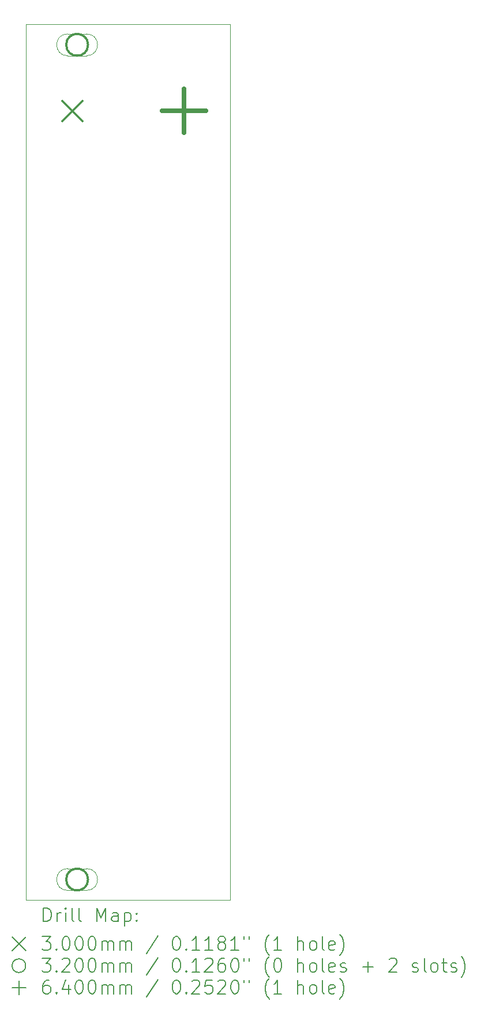
<source format=gbr>
%TF.GenerationSoftware,KiCad,Pcbnew,8.0.5+1*%
%TF.CreationDate,2024-11-27T03:26:53+08:00*%
%TF.ProjectId,MiniDiv v0.3 - Front,4d696e69-4469-4762-9076-302e33202d20,0.3*%
%TF.SameCoordinates,Original*%
%TF.FileFunction,Drillmap*%
%TF.FilePolarity,Positive*%
%FSLAX45Y45*%
G04 Gerber Fmt 4.5, Leading zero omitted, Abs format (unit mm)*
G04 Created by KiCad (PCBNEW 8.0.5+1) date 2024-11-27 03:26:53*
%MOMM*%
%LPD*%
G01*
G04 APERTURE LIST*
%ADD10C,0.100000*%
%ADD11C,0.200000*%
%ADD12C,0.300000*%
%ADD13C,0.320000*%
%ADD14C,0.640000*%
G04 APERTURE END LIST*
D10*
X5500000Y-4000000D02*
X8500000Y-4000000D01*
X8500000Y-16850000D01*
X5500000Y-16850000D01*
X5500000Y-4000000D01*
D11*
D12*
X6030000Y-5120000D02*
X6330000Y-5420000D01*
X6330000Y-5120000D02*
X6030000Y-5420000D01*
D13*
X6410000Y-4300000D02*
G75*
G02*
X6090000Y-4300000I-160000J0D01*
G01*
X6090000Y-4300000D02*
G75*
G02*
X6410000Y-4300000I160000J0D01*
G01*
D10*
X6110000Y-4460000D02*
X6390000Y-4460000D01*
X6390000Y-4140000D02*
G75*
G02*
X6390000Y-4460000I0J-160000D01*
G01*
X6390000Y-4140000D02*
X6110000Y-4140000D01*
X6110000Y-4140000D02*
G75*
G03*
X6110000Y-4460000I0J-160000D01*
G01*
D13*
X6410000Y-16550000D02*
G75*
G02*
X6090000Y-16550000I-160000J0D01*
G01*
X6090000Y-16550000D02*
G75*
G02*
X6410000Y-16550000I160000J0D01*
G01*
D10*
X6110000Y-16710000D02*
X6390000Y-16710000D01*
X6390000Y-16390000D02*
G75*
G02*
X6390000Y-16710000I0J-160000D01*
G01*
X6390000Y-16390000D02*
X6110000Y-16390000D01*
X6110000Y-16390000D02*
G75*
G03*
X6110000Y-16710000I0J-160000D01*
G01*
D14*
X7820000Y-4950000D02*
X7820000Y-5590000D01*
X7500000Y-5270000D02*
X8140000Y-5270000D01*
D11*
X5755777Y-17166484D02*
X5755777Y-16966484D01*
X5755777Y-16966484D02*
X5803396Y-16966484D01*
X5803396Y-16966484D02*
X5831967Y-16976008D01*
X5831967Y-16976008D02*
X5851015Y-16995055D01*
X5851015Y-16995055D02*
X5860539Y-17014103D01*
X5860539Y-17014103D02*
X5870062Y-17052198D01*
X5870062Y-17052198D02*
X5870062Y-17080770D01*
X5870062Y-17080770D02*
X5860539Y-17118865D01*
X5860539Y-17118865D02*
X5851015Y-17137912D01*
X5851015Y-17137912D02*
X5831967Y-17156960D01*
X5831967Y-17156960D02*
X5803396Y-17166484D01*
X5803396Y-17166484D02*
X5755777Y-17166484D01*
X5955777Y-17166484D02*
X5955777Y-17033150D01*
X5955777Y-17071246D02*
X5965301Y-17052198D01*
X5965301Y-17052198D02*
X5974824Y-17042674D01*
X5974824Y-17042674D02*
X5993872Y-17033150D01*
X5993872Y-17033150D02*
X6012920Y-17033150D01*
X6079586Y-17166484D02*
X6079586Y-17033150D01*
X6079586Y-16966484D02*
X6070062Y-16976008D01*
X6070062Y-16976008D02*
X6079586Y-16985531D01*
X6079586Y-16985531D02*
X6089110Y-16976008D01*
X6089110Y-16976008D02*
X6079586Y-16966484D01*
X6079586Y-16966484D02*
X6079586Y-16985531D01*
X6203396Y-17166484D02*
X6184348Y-17156960D01*
X6184348Y-17156960D02*
X6174824Y-17137912D01*
X6174824Y-17137912D02*
X6174824Y-16966484D01*
X6308158Y-17166484D02*
X6289110Y-17156960D01*
X6289110Y-17156960D02*
X6279586Y-17137912D01*
X6279586Y-17137912D02*
X6279586Y-16966484D01*
X6536729Y-17166484D02*
X6536729Y-16966484D01*
X6536729Y-16966484D02*
X6603396Y-17109341D01*
X6603396Y-17109341D02*
X6670062Y-16966484D01*
X6670062Y-16966484D02*
X6670062Y-17166484D01*
X6851015Y-17166484D02*
X6851015Y-17061722D01*
X6851015Y-17061722D02*
X6841491Y-17042674D01*
X6841491Y-17042674D02*
X6822443Y-17033150D01*
X6822443Y-17033150D02*
X6784348Y-17033150D01*
X6784348Y-17033150D02*
X6765301Y-17042674D01*
X6851015Y-17156960D02*
X6831967Y-17166484D01*
X6831967Y-17166484D02*
X6784348Y-17166484D01*
X6784348Y-17166484D02*
X6765301Y-17156960D01*
X6765301Y-17156960D02*
X6755777Y-17137912D01*
X6755777Y-17137912D02*
X6755777Y-17118865D01*
X6755777Y-17118865D02*
X6765301Y-17099817D01*
X6765301Y-17099817D02*
X6784348Y-17090293D01*
X6784348Y-17090293D02*
X6831967Y-17090293D01*
X6831967Y-17090293D02*
X6851015Y-17080770D01*
X6946253Y-17033150D02*
X6946253Y-17233150D01*
X6946253Y-17042674D02*
X6965301Y-17033150D01*
X6965301Y-17033150D02*
X7003396Y-17033150D01*
X7003396Y-17033150D02*
X7022443Y-17042674D01*
X7022443Y-17042674D02*
X7031967Y-17052198D01*
X7031967Y-17052198D02*
X7041491Y-17071246D01*
X7041491Y-17071246D02*
X7041491Y-17128389D01*
X7041491Y-17128389D02*
X7031967Y-17147436D01*
X7031967Y-17147436D02*
X7022443Y-17156960D01*
X7022443Y-17156960D02*
X7003396Y-17166484D01*
X7003396Y-17166484D02*
X6965301Y-17166484D01*
X6965301Y-17166484D02*
X6946253Y-17156960D01*
X7127205Y-17147436D02*
X7136729Y-17156960D01*
X7136729Y-17156960D02*
X7127205Y-17166484D01*
X7127205Y-17166484D02*
X7117682Y-17156960D01*
X7117682Y-17156960D02*
X7127205Y-17147436D01*
X7127205Y-17147436D02*
X7127205Y-17166484D01*
X7127205Y-17042674D02*
X7136729Y-17052198D01*
X7136729Y-17052198D02*
X7127205Y-17061722D01*
X7127205Y-17061722D02*
X7117682Y-17052198D01*
X7117682Y-17052198D02*
X7127205Y-17042674D01*
X7127205Y-17042674D02*
X7127205Y-17061722D01*
X5295000Y-17395000D02*
X5495000Y-17595000D01*
X5495000Y-17395000D02*
X5295000Y-17595000D01*
X5736729Y-17386484D02*
X5860539Y-17386484D01*
X5860539Y-17386484D02*
X5793872Y-17462674D01*
X5793872Y-17462674D02*
X5822443Y-17462674D01*
X5822443Y-17462674D02*
X5841491Y-17472198D01*
X5841491Y-17472198D02*
X5851015Y-17481722D01*
X5851015Y-17481722D02*
X5860539Y-17500770D01*
X5860539Y-17500770D02*
X5860539Y-17548389D01*
X5860539Y-17548389D02*
X5851015Y-17567436D01*
X5851015Y-17567436D02*
X5841491Y-17576960D01*
X5841491Y-17576960D02*
X5822443Y-17586484D01*
X5822443Y-17586484D02*
X5765301Y-17586484D01*
X5765301Y-17586484D02*
X5746253Y-17576960D01*
X5746253Y-17576960D02*
X5736729Y-17567436D01*
X5946253Y-17567436D02*
X5955777Y-17576960D01*
X5955777Y-17576960D02*
X5946253Y-17586484D01*
X5946253Y-17586484D02*
X5936729Y-17576960D01*
X5936729Y-17576960D02*
X5946253Y-17567436D01*
X5946253Y-17567436D02*
X5946253Y-17586484D01*
X6079586Y-17386484D02*
X6098634Y-17386484D01*
X6098634Y-17386484D02*
X6117682Y-17396008D01*
X6117682Y-17396008D02*
X6127205Y-17405531D01*
X6127205Y-17405531D02*
X6136729Y-17424579D01*
X6136729Y-17424579D02*
X6146253Y-17462674D01*
X6146253Y-17462674D02*
X6146253Y-17510293D01*
X6146253Y-17510293D02*
X6136729Y-17548389D01*
X6136729Y-17548389D02*
X6127205Y-17567436D01*
X6127205Y-17567436D02*
X6117682Y-17576960D01*
X6117682Y-17576960D02*
X6098634Y-17586484D01*
X6098634Y-17586484D02*
X6079586Y-17586484D01*
X6079586Y-17586484D02*
X6060539Y-17576960D01*
X6060539Y-17576960D02*
X6051015Y-17567436D01*
X6051015Y-17567436D02*
X6041491Y-17548389D01*
X6041491Y-17548389D02*
X6031967Y-17510293D01*
X6031967Y-17510293D02*
X6031967Y-17462674D01*
X6031967Y-17462674D02*
X6041491Y-17424579D01*
X6041491Y-17424579D02*
X6051015Y-17405531D01*
X6051015Y-17405531D02*
X6060539Y-17396008D01*
X6060539Y-17396008D02*
X6079586Y-17386484D01*
X6270062Y-17386484D02*
X6289110Y-17386484D01*
X6289110Y-17386484D02*
X6308158Y-17396008D01*
X6308158Y-17396008D02*
X6317682Y-17405531D01*
X6317682Y-17405531D02*
X6327205Y-17424579D01*
X6327205Y-17424579D02*
X6336729Y-17462674D01*
X6336729Y-17462674D02*
X6336729Y-17510293D01*
X6336729Y-17510293D02*
X6327205Y-17548389D01*
X6327205Y-17548389D02*
X6317682Y-17567436D01*
X6317682Y-17567436D02*
X6308158Y-17576960D01*
X6308158Y-17576960D02*
X6289110Y-17586484D01*
X6289110Y-17586484D02*
X6270062Y-17586484D01*
X6270062Y-17586484D02*
X6251015Y-17576960D01*
X6251015Y-17576960D02*
X6241491Y-17567436D01*
X6241491Y-17567436D02*
X6231967Y-17548389D01*
X6231967Y-17548389D02*
X6222443Y-17510293D01*
X6222443Y-17510293D02*
X6222443Y-17462674D01*
X6222443Y-17462674D02*
X6231967Y-17424579D01*
X6231967Y-17424579D02*
X6241491Y-17405531D01*
X6241491Y-17405531D02*
X6251015Y-17396008D01*
X6251015Y-17396008D02*
X6270062Y-17386484D01*
X6460539Y-17386484D02*
X6479586Y-17386484D01*
X6479586Y-17386484D02*
X6498634Y-17396008D01*
X6498634Y-17396008D02*
X6508158Y-17405531D01*
X6508158Y-17405531D02*
X6517682Y-17424579D01*
X6517682Y-17424579D02*
X6527205Y-17462674D01*
X6527205Y-17462674D02*
X6527205Y-17510293D01*
X6527205Y-17510293D02*
X6517682Y-17548389D01*
X6517682Y-17548389D02*
X6508158Y-17567436D01*
X6508158Y-17567436D02*
X6498634Y-17576960D01*
X6498634Y-17576960D02*
X6479586Y-17586484D01*
X6479586Y-17586484D02*
X6460539Y-17586484D01*
X6460539Y-17586484D02*
X6441491Y-17576960D01*
X6441491Y-17576960D02*
X6431967Y-17567436D01*
X6431967Y-17567436D02*
X6422443Y-17548389D01*
X6422443Y-17548389D02*
X6412920Y-17510293D01*
X6412920Y-17510293D02*
X6412920Y-17462674D01*
X6412920Y-17462674D02*
X6422443Y-17424579D01*
X6422443Y-17424579D02*
X6431967Y-17405531D01*
X6431967Y-17405531D02*
X6441491Y-17396008D01*
X6441491Y-17396008D02*
X6460539Y-17386484D01*
X6612920Y-17586484D02*
X6612920Y-17453150D01*
X6612920Y-17472198D02*
X6622443Y-17462674D01*
X6622443Y-17462674D02*
X6641491Y-17453150D01*
X6641491Y-17453150D02*
X6670063Y-17453150D01*
X6670063Y-17453150D02*
X6689110Y-17462674D01*
X6689110Y-17462674D02*
X6698634Y-17481722D01*
X6698634Y-17481722D02*
X6698634Y-17586484D01*
X6698634Y-17481722D02*
X6708158Y-17462674D01*
X6708158Y-17462674D02*
X6727205Y-17453150D01*
X6727205Y-17453150D02*
X6755777Y-17453150D01*
X6755777Y-17453150D02*
X6774824Y-17462674D01*
X6774824Y-17462674D02*
X6784348Y-17481722D01*
X6784348Y-17481722D02*
X6784348Y-17586484D01*
X6879586Y-17586484D02*
X6879586Y-17453150D01*
X6879586Y-17472198D02*
X6889110Y-17462674D01*
X6889110Y-17462674D02*
X6908158Y-17453150D01*
X6908158Y-17453150D02*
X6936729Y-17453150D01*
X6936729Y-17453150D02*
X6955777Y-17462674D01*
X6955777Y-17462674D02*
X6965301Y-17481722D01*
X6965301Y-17481722D02*
X6965301Y-17586484D01*
X6965301Y-17481722D02*
X6974824Y-17462674D01*
X6974824Y-17462674D02*
X6993872Y-17453150D01*
X6993872Y-17453150D02*
X7022443Y-17453150D01*
X7022443Y-17453150D02*
X7041491Y-17462674D01*
X7041491Y-17462674D02*
X7051015Y-17481722D01*
X7051015Y-17481722D02*
X7051015Y-17586484D01*
X7441491Y-17376960D02*
X7270063Y-17634103D01*
X7698634Y-17386484D02*
X7717682Y-17386484D01*
X7717682Y-17386484D02*
X7736729Y-17396008D01*
X7736729Y-17396008D02*
X7746253Y-17405531D01*
X7746253Y-17405531D02*
X7755777Y-17424579D01*
X7755777Y-17424579D02*
X7765301Y-17462674D01*
X7765301Y-17462674D02*
X7765301Y-17510293D01*
X7765301Y-17510293D02*
X7755777Y-17548389D01*
X7755777Y-17548389D02*
X7746253Y-17567436D01*
X7746253Y-17567436D02*
X7736729Y-17576960D01*
X7736729Y-17576960D02*
X7717682Y-17586484D01*
X7717682Y-17586484D02*
X7698634Y-17586484D01*
X7698634Y-17586484D02*
X7679586Y-17576960D01*
X7679586Y-17576960D02*
X7670063Y-17567436D01*
X7670063Y-17567436D02*
X7660539Y-17548389D01*
X7660539Y-17548389D02*
X7651015Y-17510293D01*
X7651015Y-17510293D02*
X7651015Y-17462674D01*
X7651015Y-17462674D02*
X7660539Y-17424579D01*
X7660539Y-17424579D02*
X7670063Y-17405531D01*
X7670063Y-17405531D02*
X7679586Y-17396008D01*
X7679586Y-17396008D02*
X7698634Y-17386484D01*
X7851015Y-17567436D02*
X7860539Y-17576960D01*
X7860539Y-17576960D02*
X7851015Y-17586484D01*
X7851015Y-17586484D02*
X7841491Y-17576960D01*
X7841491Y-17576960D02*
X7851015Y-17567436D01*
X7851015Y-17567436D02*
X7851015Y-17586484D01*
X8051015Y-17586484D02*
X7936729Y-17586484D01*
X7993872Y-17586484D02*
X7993872Y-17386484D01*
X7993872Y-17386484D02*
X7974825Y-17415055D01*
X7974825Y-17415055D02*
X7955777Y-17434103D01*
X7955777Y-17434103D02*
X7936729Y-17443627D01*
X8241491Y-17586484D02*
X8127206Y-17586484D01*
X8184348Y-17586484D02*
X8184348Y-17386484D01*
X8184348Y-17386484D02*
X8165301Y-17415055D01*
X8165301Y-17415055D02*
X8146253Y-17434103D01*
X8146253Y-17434103D02*
X8127206Y-17443627D01*
X8355777Y-17472198D02*
X8336729Y-17462674D01*
X8336729Y-17462674D02*
X8327206Y-17453150D01*
X8327206Y-17453150D02*
X8317682Y-17434103D01*
X8317682Y-17434103D02*
X8317682Y-17424579D01*
X8317682Y-17424579D02*
X8327206Y-17405531D01*
X8327206Y-17405531D02*
X8336729Y-17396008D01*
X8336729Y-17396008D02*
X8355777Y-17386484D01*
X8355777Y-17386484D02*
X8393872Y-17386484D01*
X8393872Y-17386484D02*
X8412920Y-17396008D01*
X8412920Y-17396008D02*
X8422444Y-17405531D01*
X8422444Y-17405531D02*
X8431968Y-17424579D01*
X8431968Y-17424579D02*
X8431968Y-17434103D01*
X8431968Y-17434103D02*
X8422444Y-17453150D01*
X8422444Y-17453150D02*
X8412920Y-17462674D01*
X8412920Y-17462674D02*
X8393872Y-17472198D01*
X8393872Y-17472198D02*
X8355777Y-17472198D01*
X8355777Y-17472198D02*
X8336729Y-17481722D01*
X8336729Y-17481722D02*
X8327206Y-17491246D01*
X8327206Y-17491246D02*
X8317682Y-17510293D01*
X8317682Y-17510293D02*
X8317682Y-17548389D01*
X8317682Y-17548389D02*
X8327206Y-17567436D01*
X8327206Y-17567436D02*
X8336729Y-17576960D01*
X8336729Y-17576960D02*
X8355777Y-17586484D01*
X8355777Y-17586484D02*
X8393872Y-17586484D01*
X8393872Y-17586484D02*
X8412920Y-17576960D01*
X8412920Y-17576960D02*
X8422444Y-17567436D01*
X8422444Y-17567436D02*
X8431968Y-17548389D01*
X8431968Y-17548389D02*
X8431968Y-17510293D01*
X8431968Y-17510293D02*
X8422444Y-17491246D01*
X8422444Y-17491246D02*
X8412920Y-17481722D01*
X8412920Y-17481722D02*
X8393872Y-17472198D01*
X8622444Y-17586484D02*
X8508158Y-17586484D01*
X8565301Y-17586484D02*
X8565301Y-17386484D01*
X8565301Y-17386484D02*
X8546253Y-17415055D01*
X8546253Y-17415055D02*
X8527206Y-17434103D01*
X8527206Y-17434103D02*
X8508158Y-17443627D01*
X8698634Y-17386484D02*
X8698634Y-17424579D01*
X8774825Y-17386484D02*
X8774825Y-17424579D01*
X9070063Y-17662674D02*
X9060539Y-17653150D01*
X9060539Y-17653150D02*
X9041491Y-17624579D01*
X9041491Y-17624579D02*
X9031968Y-17605531D01*
X9031968Y-17605531D02*
X9022444Y-17576960D01*
X9022444Y-17576960D02*
X9012920Y-17529341D01*
X9012920Y-17529341D02*
X9012920Y-17491246D01*
X9012920Y-17491246D02*
X9022444Y-17443627D01*
X9022444Y-17443627D02*
X9031968Y-17415055D01*
X9031968Y-17415055D02*
X9041491Y-17396008D01*
X9041491Y-17396008D02*
X9060539Y-17367436D01*
X9060539Y-17367436D02*
X9070063Y-17357912D01*
X9251015Y-17586484D02*
X9136730Y-17586484D01*
X9193872Y-17586484D02*
X9193872Y-17386484D01*
X9193872Y-17386484D02*
X9174825Y-17415055D01*
X9174825Y-17415055D02*
X9155777Y-17434103D01*
X9155777Y-17434103D02*
X9136730Y-17443627D01*
X9489111Y-17586484D02*
X9489111Y-17386484D01*
X9574825Y-17586484D02*
X9574825Y-17481722D01*
X9574825Y-17481722D02*
X9565301Y-17462674D01*
X9565301Y-17462674D02*
X9546253Y-17453150D01*
X9546253Y-17453150D02*
X9517682Y-17453150D01*
X9517682Y-17453150D02*
X9498634Y-17462674D01*
X9498634Y-17462674D02*
X9489111Y-17472198D01*
X9698634Y-17586484D02*
X9679587Y-17576960D01*
X9679587Y-17576960D02*
X9670063Y-17567436D01*
X9670063Y-17567436D02*
X9660539Y-17548389D01*
X9660539Y-17548389D02*
X9660539Y-17491246D01*
X9660539Y-17491246D02*
X9670063Y-17472198D01*
X9670063Y-17472198D02*
X9679587Y-17462674D01*
X9679587Y-17462674D02*
X9698634Y-17453150D01*
X9698634Y-17453150D02*
X9727206Y-17453150D01*
X9727206Y-17453150D02*
X9746253Y-17462674D01*
X9746253Y-17462674D02*
X9755777Y-17472198D01*
X9755777Y-17472198D02*
X9765301Y-17491246D01*
X9765301Y-17491246D02*
X9765301Y-17548389D01*
X9765301Y-17548389D02*
X9755777Y-17567436D01*
X9755777Y-17567436D02*
X9746253Y-17576960D01*
X9746253Y-17576960D02*
X9727206Y-17586484D01*
X9727206Y-17586484D02*
X9698634Y-17586484D01*
X9879587Y-17586484D02*
X9860539Y-17576960D01*
X9860539Y-17576960D02*
X9851015Y-17557912D01*
X9851015Y-17557912D02*
X9851015Y-17386484D01*
X10031968Y-17576960D02*
X10012920Y-17586484D01*
X10012920Y-17586484D02*
X9974825Y-17586484D01*
X9974825Y-17586484D02*
X9955777Y-17576960D01*
X9955777Y-17576960D02*
X9946253Y-17557912D01*
X9946253Y-17557912D02*
X9946253Y-17481722D01*
X9946253Y-17481722D02*
X9955777Y-17462674D01*
X9955777Y-17462674D02*
X9974825Y-17453150D01*
X9974825Y-17453150D02*
X10012920Y-17453150D01*
X10012920Y-17453150D02*
X10031968Y-17462674D01*
X10031968Y-17462674D02*
X10041492Y-17481722D01*
X10041492Y-17481722D02*
X10041492Y-17500770D01*
X10041492Y-17500770D02*
X9946253Y-17519817D01*
X10108158Y-17662674D02*
X10117682Y-17653150D01*
X10117682Y-17653150D02*
X10136730Y-17624579D01*
X10136730Y-17624579D02*
X10146253Y-17605531D01*
X10146253Y-17605531D02*
X10155777Y-17576960D01*
X10155777Y-17576960D02*
X10165301Y-17529341D01*
X10165301Y-17529341D02*
X10165301Y-17491246D01*
X10165301Y-17491246D02*
X10155777Y-17443627D01*
X10155777Y-17443627D02*
X10146253Y-17415055D01*
X10146253Y-17415055D02*
X10136730Y-17396008D01*
X10136730Y-17396008D02*
X10117682Y-17367436D01*
X10117682Y-17367436D02*
X10108158Y-17357912D01*
X5495000Y-17815000D02*
G75*
G02*
X5295000Y-17815000I-100000J0D01*
G01*
X5295000Y-17815000D02*
G75*
G02*
X5495000Y-17815000I100000J0D01*
G01*
X5736729Y-17706484D02*
X5860539Y-17706484D01*
X5860539Y-17706484D02*
X5793872Y-17782674D01*
X5793872Y-17782674D02*
X5822443Y-17782674D01*
X5822443Y-17782674D02*
X5841491Y-17792198D01*
X5841491Y-17792198D02*
X5851015Y-17801722D01*
X5851015Y-17801722D02*
X5860539Y-17820770D01*
X5860539Y-17820770D02*
X5860539Y-17868389D01*
X5860539Y-17868389D02*
X5851015Y-17887436D01*
X5851015Y-17887436D02*
X5841491Y-17896960D01*
X5841491Y-17896960D02*
X5822443Y-17906484D01*
X5822443Y-17906484D02*
X5765301Y-17906484D01*
X5765301Y-17906484D02*
X5746253Y-17896960D01*
X5746253Y-17896960D02*
X5736729Y-17887436D01*
X5946253Y-17887436D02*
X5955777Y-17896960D01*
X5955777Y-17896960D02*
X5946253Y-17906484D01*
X5946253Y-17906484D02*
X5936729Y-17896960D01*
X5936729Y-17896960D02*
X5946253Y-17887436D01*
X5946253Y-17887436D02*
X5946253Y-17906484D01*
X6031967Y-17725531D02*
X6041491Y-17716008D01*
X6041491Y-17716008D02*
X6060539Y-17706484D01*
X6060539Y-17706484D02*
X6108158Y-17706484D01*
X6108158Y-17706484D02*
X6127205Y-17716008D01*
X6127205Y-17716008D02*
X6136729Y-17725531D01*
X6136729Y-17725531D02*
X6146253Y-17744579D01*
X6146253Y-17744579D02*
X6146253Y-17763627D01*
X6146253Y-17763627D02*
X6136729Y-17792198D01*
X6136729Y-17792198D02*
X6022443Y-17906484D01*
X6022443Y-17906484D02*
X6146253Y-17906484D01*
X6270062Y-17706484D02*
X6289110Y-17706484D01*
X6289110Y-17706484D02*
X6308158Y-17716008D01*
X6308158Y-17716008D02*
X6317682Y-17725531D01*
X6317682Y-17725531D02*
X6327205Y-17744579D01*
X6327205Y-17744579D02*
X6336729Y-17782674D01*
X6336729Y-17782674D02*
X6336729Y-17830293D01*
X6336729Y-17830293D02*
X6327205Y-17868389D01*
X6327205Y-17868389D02*
X6317682Y-17887436D01*
X6317682Y-17887436D02*
X6308158Y-17896960D01*
X6308158Y-17896960D02*
X6289110Y-17906484D01*
X6289110Y-17906484D02*
X6270062Y-17906484D01*
X6270062Y-17906484D02*
X6251015Y-17896960D01*
X6251015Y-17896960D02*
X6241491Y-17887436D01*
X6241491Y-17887436D02*
X6231967Y-17868389D01*
X6231967Y-17868389D02*
X6222443Y-17830293D01*
X6222443Y-17830293D02*
X6222443Y-17782674D01*
X6222443Y-17782674D02*
X6231967Y-17744579D01*
X6231967Y-17744579D02*
X6241491Y-17725531D01*
X6241491Y-17725531D02*
X6251015Y-17716008D01*
X6251015Y-17716008D02*
X6270062Y-17706484D01*
X6460539Y-17706484D02*
X6479586Y-17706484D01*
X6479586Y-17706484D02*
X6498634Y-17716008D01*
X6498634Y-17716008D02*
X6508158Y-17725531D01*
X6508158Y-17725531D02*
X6517682Y-17744579D01*
X6517682Y-17744579D02*
X6527205Y-17782674D01*
X6527205Y-17782674D02*
X6527205Y-17830293D01*
X6527205Y-17830293D02*
X6517682Y-17868389D01*
X6517682Y-17868389D02*
X6508158Y-17887436D01*
X6508158Y-17887436D02*
X6498634Y-17896960D01*
X6498634Y-17896960D02*
X6479586Y-17906484D01*
X6479586Y-17906484D02*
X6460539Y-17906484D01*
X6460539Y-17906484D02*
X6441491Y-17896960D01*
X6441491Y-17896960D02*
X6431967Y-17887436D01*
X6431967Y-17887436D02*
X6422443Y-17868389D01*
X6422443Y-17868389D02*
X6412920Y-17830293D01*
X6412920Y-17830293D02*
X6412920Y-17782674D01*
X6412920Y-17782674D02*
X6422443Y-17744579D01*
X6422443Y-17744579D02*
X6431967Y-17725531D01*
X6431967Y-17725531D02*
X6441491Y-17716008D01*
X6441491Y-17716008D02*
X6460539Y-17706484D01*
X6612920Y-17906484D02*
X6612920Y-17773150D01*
X6612920Y-17792198D02*
X6622443Y-17782674D01*
X6622443Y-17782674D02*
X6641491Y-17773150D01*
X6641491Y-17773150D02*
X6670063Y-17773150D01*
X6670063Y-17773150D02*
X6689110Y-17782674D01*
X6689110Y-17782674D02*
X6698634Y-17801722D01*
X6698634Y-17801722D02*
X6698634Y-17906484D01*
X6698634Y-17801722D02*
X6708158Y-17782674D01*
X6708158Y-17782674D02*
X6727205Y-17773150D01*
X6727205Y-17773150D02*
X6755777Y-17773150D01*
X6755777Y-17773150D02*
X6774824Y-17782674D01*
X6774824Y-17782674D02*
X6784348Y-17801722D01*
X6784348Y-17801722D02*
X6784348Y-17906484D01*
X6879586Y-17906484D02*
X6879586Y-17773150D01*
X6879586Y-17792198D02*
X6889110Y-17782674D01*
X6889110Y-17782674D02*
X6908158Y-17773150D01*
X6908158Y-17773150D02*
X6936729Y-17773150D01*
X6936729Y-17773150D02*
X6955777Y-17782674D01*
X6955777Y-17782674D02*
X6965301Y-17801722D01*
X6965301Y-17801722D02*
X6965301Y-17906484D01*
X6965301Y-17801722D02*
X6974824Y-17782674D01*
X6974824Y-17782674D02*
X6993872Y-17773150D01*
X6993872Y-17773150D02*
X7022443Y-17773150D01*
X7022443Y-17773150D02*
X7041491Y-17782674D01*
X7041491Y-17782674D02*
X7051015Y-17801722D01*
X7051015Y-17801722D02*
X7051015Y-17906484D01*
X7441491Y-17696960D02*
X7270063Y-17954103D01*
X7698634Y-17706484D02*
X7717682Y-17706484D01*
X7717682Y-17706484D02*
X7736729Y-17716008D01*
X7736729Y-17716008D02*
X7746253Y-17725531D01*
X7746253Y-17725531D02*
X7755777Y-17744579D01*
X7755777Y-17744579D02*
X7765301Y-17782674D01*
X7765301Y-17782674D02*
X7765301Y-17830293D01*
X7765301Y-17830293D02*
X7755777Y-17868389D01*
X7755777Y-17868389D02*
X7746253Y-17887436D01*
X7746253Y-17887436D02*
X7736729Y-17896960D01*
X7736729Y-17896960D02*
X7717682Y-17906484D01*
X7717682Y-17906484D02*
X7698634Y-17906484D01*
X7698634Y-17906484D02*
X7679586Y-17896960D01*
X7679586Y-17896960D02*
X7670063Y-17887436D01*
X7670063Y-17887436D02*
X7660539Y-17868389D01*
X7660539Y-17868389D02*
X7651015Y-17830293D01*
X7651015Y-17830293D02*
X7651015Y-17782674D01*
X7651015Y-17782674D02*
X7660539Y-17744579D01*
X7660539Y-17744579D02*
X7670063Y-17725531D01*
X7670063Y-17725531D02*
X7679586Y-17716008D01*
X7679586Y-17716008D02*
X7698634Y-17706484D01*
X7851015Y-17887436D02*
X7860539Y-17896960D01*
X7860539Y-17896960D02*
X7851015Y-17906484D01*
X7851015Y-17906484D02*
X7841491Y-17896960D01*
X7841491Y-17896960D02*
X7851015Y-17887436D01*
X7851015Y-17887436D02*
X7851015Y-17906484D01*
X8051015Y-17906484D02*
X7936729Y-17906484D01*
X7993872Y-17906484D02*
X7993872Y-17706484D01*
X7993872Y-17706484D02*
X7974825Y-17735055D01*
X7974825Y-17735055D02*
X7955777Y-17754103D01*
X7955777Y-17754103D02*
X7936729Y-17763627D01*
X8127206Y-17725531D02*
X8136729Y-17716008D01*
X8136729Y-17716008D02*
X8155777Y-17706484D01*
X8155777Y-17706484D02*
X8203396Y-17706484D01*
X8203396Y-17706484D02*
X8222444Y-17716008D01*
X8222444Y-17716008D02*
X8231967Y-17725531D01*
X8231967Y-17725531D02*
X8241491Y-17744579D01*
X8241491Y-17744579D02*
X8241491Y-17763627D01*
X8241491Y-17763627D02*
X8231967Y-17792198D01*
X8231967Y-17792198D02*
X8117682Y-17906484D01*
X8117682Y-17906484D02*
X8241491Y-17906484D01*
X8412920Y-17706484D02*
X8374825Y-17706484D01*
X8374825Y-17706484D02*
X8355777Y-17716008D01*
X8355777Y-17716008D02*
X8346253Y-17725531D01*
X8346253Y-17725531D02*
X8327206Y-17754103D01*
X8327206Y-17754103D02*
X8317682Y-17792198D01*
X8317682Y-17792198D02*
X8317682Y-17868389D01*
X8317682Y-17868389D02*
X8327206Y-17887436D01*
X8327206Y-17887436D02*
X8336729Y-17896960D01*
X8336729Y-17896960D02*
X8355777Y-17906484D01*
X8355777Y-17906484D02*
X8393872Y-17906484D01*
X8393872Y-17906484D02*
X8412920Y-17896960D01*
X8412920Y-17896960D02*
X8422444Y-17887436D01*
X8422444Y-17887436D02*
X8431968Y-17868389D01*
X8431968Y-17868389D02*
X8431968Y-17820770D01*
X8431968Y-17820770D02*
X8422444Y-17801722D01*
X8422444Y-17801722D02*
X8412920Y-17792198D01*
X8412920Y-17792198D02*
X8393872Y-17782674D01*
X8393872Y-17782674D02*
X8355777Y-17782674D01*
X8355777Y-17782674D02*
X8336729Y-17792198D01*
X8336729Y-17792198D02*
X8327206Y-17801722D01*
X8327206Y-17801722D02*
X8317682Y-17820770D01*
X8555777Y-17706484D02*
X8574825Y-17706484D01*
X8574825Y-17706484D02*
X8593872Y-17716008D01*
X8593872Y-17716008D02*
X8603396Y-17725531D01*
X8603396Y-17725531D02*
X8612920Y-17744579D01*
X8612920Y-17744579D02*
X8622444Y-17782674D01*
X8622444Y-17782674D02*
X8622444Y-17830293D01*
X8622444Y-17830293D02*
X8612920Y-17868389D01*
X8612920Y-17868389D02*
X8603396Y-17887436D01*
X8603396Y-17887436D02*
X8593872Y-17896960D01*
X8593872Y-17896960D02*
X8574825Y-17906484D01*
X8574825Y-17906484D02*
X8555777Y-17906484D01*
X8555777Y-17906484D02*
X8536729Y-17896960D01*
X8536729Y-17896960D02*
X8527206Y-17887436D01*
X8527206Y-17887436D02*
X8517682Y-17868389D01*
X8517682Y-17868389D02*
X8508158Y-17830293D01*
X8508158Y-17830293D02*
X8508158Y-17782674D01*
X8508158Y-17782674D02*
X8517682Y-17744579D01*
X8517682Y-17744579D02*
X8527206Y-17725531D01*
X8527206Y-17725531D02*
X8536729Y-17716008D01*
X8536729Y-17716008D02*
X8555777Y-17706484D01*
X8698634Y-17706484D02*
X8698634Y-17744579D01*
X8774825Y-17706484D02*
X8774825Y-17744579D01*
X9070063Y-17982674D02*
X9060539Y-17973150D01*
X9060539Y-17973150D02*
X9041491Y-17944579D01*
X9041491Y-17944579D02*
X9031968Y-17925531D01*
X9031968Y-17925531D02*
X9022444Y-17896960D01*
X9022444Y-17896960D02*
X9012920Y-17849341D01*
X9012920Y-17849341D02*
X9012920Y-17811246D01*
X9012920Y-17811246D02*
X9022444Y-17763627D01*
X9022444Y-17763627D02*
X9031968Y-17735055D01*
X9031968Y-17735055D02*
X9041491Y-17716008D01*
X9041491Y-17716008D02*
X9060539Y-17687436D01*
X9060539Y-17687436D02*
X9070063Y-17677912D01*
X9184349Y-17706484D02*
X9203396Y-17706484D01*
X9203396Y-17706484D02*
X9222444Y-17716008D01*
X9222444Y-17716008D02*
X9231968Y-17725531D01*
X9231968Y-17725531D02*
X9241491Y-17744579D01*
X9241491Y-17744579D02*
X9251015Y-17782674D01*
X9251015Y-17782674D02*
X9251015Y-17830293D01*
X9251015Y-17830293D02*
X9241491Y-17868389D01*
X9241491Y-17868389D02*
X9231968Y-17887436D01*
X9231968Y-17887436D02*
X9222444Y-17896960D01*
X9222444Y-17896960D02*
X9203396Y-17906484D01*
X9203396Y-17906484D02*
X9184349Y-17906484D01*
X9184349Y-17906484D02*
X9165301Y-17896960D01*
X9165301Y-17896960D02*
X9155777Y-17887436D01*
X9155777Y-17887436D02*
X9146253Y-17868389D01*
X9146253Y-17868389D02*
X9136730Y-17830293D01*
X9136730Y-17830293D02*
X9136730Y-17782674D01*
X9136730Y-17782674D02*
X9146253Y-17744579D01*
X9146253Y-17744579D02*
X9155777Y-17725531D01*
X9155777Y-17725531D02*
X9165301Y-17716008D01*
X9165301Y-17716008D02*
X9184349Y-17706484D01*
X9489111Y-17906484D02*
X9489111Y-17706484D01*
X9574825Y-17906484D02*
X9574825Y-17801722D01*
X9574825Y-17801722D02*
X9565301Y-17782674D01*
X9565301Y-17782674D02*
X9546253Y-17773150D01*
X9546253Y-17773150D02*
X9517682Y-17773150D01*
X9517682Y-17773150D02*
X9498634Y-17782674D01*
X9498634Y-17782674D02*
X9489111Y-17792198D01*
X9698634Y-17906484D02*
X9679587Y-17896960D01*
X9679587Y-17896960D02*
X9670063Y-17887436D01*
X9670063Y-17887436D02*
X9660539Y-17868389D01*
X9660539Y-17868389D02*
X9660539Y-17811246D01*
X9660539Y-17811246D02*
X9670063Y-17792198D01*
X9670063Y-17792198D02*
X9679587Y-17782674D01*
X9679587Y-17782674D02*
X9698634Y-17773150D01*
X9698634Y-17773150D02*
X9727206Y-17773150D01*
X9727206Y-17773150D02*
X9746253Y-17782674D01*
X9746253Y-17782674D02*
X9755777Y-17792198D01*
X9755777Y-17792198D02*
X9765301Y-17811246D01*
X9765301Y-17811246D02*
X9765301Y-17868389D01*
X9765301Y-17868389D02*
X9755777Y-17887436D01*
X9755777Y-17887436D02*
X9746253Y-17896960D01*
X9746253Y-17896960D02*
X9727206Y-17906484D01*
X9727206Y-17906484D02*
X9698634Y-17906484D01*
X9879587Y-17906484D02*
X9860539Y-17896960D01*
X9860539Y-17896960D02*
X9851015Y-17877912D01*
X9851015Y-17877912D02*
X9851015Y-17706484D01*
X10031968Y-17896960D02*
X10012920Y-17906484D01*
X10012920Y-17906484D02*
X9974825Y-17906484D01*
X9974825Y-17906484D02*
X9955777Y-17896960D01*
X9955777Y-17896960D02*
X9946253Y-17877912D01*
X9946253Y-17877912D02*
X9946253Y-17801722D01*
X9946253Y-17801722D02*
X9955777Y-17782674D01*
X9955777Y-17782674D02*
X9974825Y-17773150D01*
X9974825Y-17773150D02*
X10012920Y-17773150D01*
X10012920Y-17773150D02*
X10031968Y-17782674D01*
X10031968Y-17782674D02*
X10041492Y-17801722D01*
X10041492Y-17801722D02*
X10041492Y-17820770D01*
X10041492Y-17820770D02*
X9946253Y-17839817D01*
X10117682Y-17896960D02*
X10136730Y-17906484D01*
X10136730Y-17906484D02*
X10174825Y-17906484D01*
X10174825Y-17906484D02*
X10193873Y-17896960D01*
X10193873Y-17896960D02*
X10203396Y-17877912D01*
X10203396Y-17877912D02*
X10203396Y-17868389D01*
X10203396Y-17868389D02*
X10193873Y-17849341D01*
X10193873Y-17849341D02*
X10174825Y-17839817D01*
X10174825Y-17839817D02*
X10146253Y-17839817D01*
X10146253Y-17839817D02*
X10127206Y-17830293D01*
X10127206Y-17830293D02*
X10117682Y-17811246D01*
X10117682Y-17811246D02*
X10117682Y-17801722D01*
X10117682Y-17801722D02*
X10127206Y-17782674D01*
X10127206Y-17782674D02*
X10146253Y-17773150D01*
X10146253Y-17773150D02*
X10174825Y-17773150D01*
X10174825Y-17773150D02*
X10193873Y-17782674D01*
X10441492Y-17830293D02*
X10593873Y-17830293D01*
X10517682Y-17906484D02*
X10517682Y-17754103D01*
X10831968Y-17725531D02*
X10841492Y-17716008D01*
X10841492Y-17716008D02*
X10860539Y-17706484D01*
X10860539Y-17706484D02*
X10908158Y-17706484D01*
X10908158Y-17706484D02*
X10927206Y-17716008D01*
X10927206Y-17716008D02*
X10936730Y-17725531D01*
X10936730Y-17725531D02*
X10946254Y-17744579D01*
X10946254Y-17744579D02*
X10946254Y-17763627D01*
X10946254Y-17763627D02*
X10936730Y-17792198D01*
X10936730Y-17792198D02*
X10822444Y-17906484D01*
X10822444Y-17906484D02*
X10946254Y-17906484D01*
X11174825Y-17896960D02*
X11193873Y-17906484D01*
X11193873Y-17906484D02*
X11231968Y-17906484D01*
X11231968Y-17906484D02*
X11251015Y-17896960D01*
X11251015Y-17896960D02*
X11260539Y-17877912D01*
X11260539Y-17877912D02*
X11260539Y-17868389D01*
X11260539Y-17868389D02*
X11251015Y-17849341D01*
X11251015Y-17849341D02*
X11231968Y-17839817D01*
X11231968Y-17839817D02*
X11203396Y-17839817D01*
X11203396Y-17839817D02*
X11184349Y-17830293D01*
X11184349Y-17830293D02*
X11174825Y-17811246D01*
X11174825Y-17811246D02*
X11174825Y-17801722D01*
X11174825Y-17801722D02*
X11184349Y-17782674D01*
X11184349Y-17782674D02*
X11203396Y-17773150D01*
X11203396Y-17773150D02*
X11231968Y-17773150D01*
X11231968Y-17773150D02*
X11251015Y-17782674D01*
X11374825Y-17906484D02*
X11355777Y-17896960D01*
X11355777Y-17896960D02*
X11346254Y-17877912D01*
X11346254Y-17877912D02*
X11346254Y-17706484D01*
X11479587Y-17906484D02*
X11460539Y-17896960D01*
X11460539Y-17896960D02*
X11451015Y-17887436D01*
X11451015Y-17887436D02*
X11441492Y-17868389D01*
X11441492Y-17868389D02*
X11441492Y-17811246D01*
X11441492Y-17811246D02*
X11451015Y-17792198D01*
X11451015Y-17792198D02*
X11460539Y-17782674D01*
X11460539Y-17782674D02*
X11479587Y-17773150D01*
X11479587Y-17773150D02*
X11508158Y-17773150D01*
X11508158Y-17773150D02*
X11527206Y-17782674D01*
X11527206Y-17782674D02*
X11536730Y-17792198D01*
X11536730Y-17792198D02*
X11546254Y-17811246D01*
X11546254Y-17811246D02*
X11546254Y-17868389D01*
X11546254Y-17868389D02*
X11536730Y-17887436D01*
X11536730Y-17887436D02*
X11527206Y-17896960D01*
X11527206Y-17896960D02*
X11508158Y-17906484D01*
X11508158Y-17906484D02*
X11479587Y-17906484D01*
X11603396Y-17773150D02*
X11679587Y-17773150D01*
X11631968Y-17706484D02*
X11631968Y-17877912D01*
X11631968Y-17877912D02*
X11641492Y-17896960D01*
X11641492Y-17896960D02*
X11660539Y-17906484D01*
X11660539Y-17906484D02*
X11679587Y-17906484D01*
X11736730Y-17896960D02*
X11755777Y-17906484D01*
X11755777Y-17906484D02*
X11793873Y-17906484D01*
X11793873Y-17906484D02*
X11812920Y-17896960D01*
X11812920Y-17896960D02*
X11822444Y-17877912D01*
X11822444Y-17877912D02*
X11822444Y-17868389D01*
X11822444Y-17868389D02*
X11812920Y-17849341D01*
X11812920Y-17849341D02*
X11793873Y-17839817D01*
X11793873Y-17839817D02*
X11765301Y-17839817D01*
X11765301Y-17839817D02*
X11746254Y-17830293D01*
X11746254Y-17830293D02*
X11736730Y-17811246D01*
X11736730Y-17811246D02*
X11736730Y-17801722D01*
X11736730Y-17801722D02*
X11746254Y-17782674D01*
X11746254Y-17782674D02*
X11765301Y-17773150D01*
X11765301Y-17773150D02*
X11793873Y-17773150D01*
X11793873Y-17773150D02*
X11812920Y-17782674D01*
X11889111Y-17982674D02*
X11898635Y-17973150D01*
X11898635Y-17973150D02*
X11917682Y-17944579D01*
X11917682Y-17944579D02*
X11927206Y-17925531D01*
X11927206Y-17925531D02*
X11936730Y-17896960D01*
X11936730Y-17896960D02*
X11946254Y-17849341D01*
X11946254Y-17849341D02*
X11946254Y-17811246D01*
X11946254Y-17811246D02*
X11936730Y-17763627D01*
X11936730Y-17763627D02*
X11927206Y-17735055D01*
X11927206Y-17735055D02*
X11917682Y-17716008D01*
X11917682Y-17716008D02*
X11898635Y-17687436D01*
X11898635Y-17687436D02*
X11889111Y-17677912D01*
X5395000Y-18035000D02*
X5395000Y-18235000D01*
X5295000Y-18135000D02*
X5495000Y-18135000D01*
X5841491Y-18026484D02*
X5803396Y-18026484D01*
X5803396Y-18026484D02*
X5784348Y-18036008D01*
X5784348Y-18036008D02*
X5774824Y-18045531D01*
X5774824Y-18045531D02*
X5755777Y-18074103D01*
X5755777Y-18074103D02*
X5746253Y-18112198D01*
X5746253Y-18112198D02*
X5746253Y-18188389D01*
X5746253Y-18188389D02*
X5755777Y-18207436D01*
X5755777Y-18207436D02*
X5765301Y-18216960D01*
X5765301Y-18216960D02*
X5784348Y-18226484D01*
X5784348Y-18226484D02*
X5822443Y-18226484D01*
X5822443Y-18226484D02*
X5841491Y-18216960D01*
X5841491Y-18216960D02*
X5851015Y-18207436D01*
X5851015Y-18207436D02*
X5860539Y-18188389D01*
X5860539Y-18188389D02*
X5860539Y-18140770D01*
X5860539Y-18140770D02*
X5851015Y-18121722D01*
X5851015Y-18121722D02*
X5841491Y-18112198D01*
X5841491Y-18112198D02*
X5822443Y-18102674D01*
X5822443Y-18102674D02*
X5784348Y-18102674D01*
X5784348Y-18102674D02*
X5765301Y-18112198D01*
X5765301Y-18112198D02*
X5755777Y-18121722D01*
X5755777Y-18121722D02*
X5746253Y-18140770D01*
X5946253Y-18207436D02*
X5955777Y-18216960D01*
X5955777Y-18216960D02*
X5946253Y-18226484D01*
X5946253Y-18226484D02*
X5936729Y-18216960D01*
X5936729Y-18216960D02*
X5946253Y-18207436D01*
X5946253Y-18207436D02*
X5946253Y-18226484D01*
X6127205Y-18093150D02*
X6127205Y-18226484D01*
X6079586Y-18016960D02*
X6031967Y-18159817D01*
X6031967Y-18159817D02*
X6155777Y-18159817D01*
X6270062Y-18026484D02*
X6289110Y-18026484D01*
X6289110Y-18026484D02*
X6308158Y-18036008D01*
X6308158Y-18036008D02*
X6317682Y-18045531D01*
X6317682Y-18045531D02*
X6327205Y-18064579D01*
X6327205Y-18064579D02*
X6336729Y-18102674D01*
X6336729Y-18102674D02*
X6336729Y-18150293D01*
X6336729Y-18150293D02*
X6327205Y-18188389D01*
X6327205Y-18188389D02*
X6317682Y-18207436D01*
X6317682Y-18207436D02*
X6308158Y-18216960D01*
X6308158Y-18216960D02*
X6289110Y-18226484D01*
X6289110Y-18226484D02*
X6270062Y-18226484D01*
X6270062Y-18226484D02*
X6251015Y-18216960D01*
X6251015Y-18216960D02*
X6241491Y-18207436D01*
X6241491Y-18207436D02*
X6231967Y-18188389D01*
X6231967Y-18188389D02*
X6222443Y-18150293D01*
X6222443Y-18150293D02*
X6222443Y-18102674D01*
X6222443Y-18102674D02*
X6231967Y-18064579D01*
X6231967Y-18064579D02*
X6241491Y-18045531D01*
X6241491Y-18045531D02*
X6251015Y-18036008D01*
X6251015Y-18036008D02*
X6270062Y-18026484D01*
X6460539Y-18026484D02*
X6479586Y-18026484D01*
X6479586Y-18026484D02*
X6498634Y-18036008D01*
X6498634Y-18036008D02*
X6508158Y-18045531D01*
X6508158Y-18045531D02*
X6517682Y-18064579D01*
X6517682Y-18064579D02*
X6527205Y-18102674D01*
X6527205Y-18102674D02*
X6527205Y-18150293D01*
X6527205Y-18150293D02*
X6517682Y-18188389D01*
X6517682Y-18188389D02*
X6508158Y-18207436D01*
X6508158Y-18207436D02*
X6498634Y-18216960D01*
X6498634Y-18216960D02*
X6479586Y-18226484D01*
X6479586Y-18226484D02*
X6460539Y-18226484D01*
X6460539Y-18226484D02*
X6441491Y-18216960D01*
X6441491Y-18216960D02*
X6431967Y-18207436D01*
X6431967Y-18207436D02*
X6422443Y-18188389D01*
X6422443Y-18188389D02*
X6412920Y-18150293D01*
X6412920Y-18150293D02*
X6412920Y-18102674D01*
X6412920Y-18102674D02*
X6422443Y-18064579D01*
X6422443Y-18064579D02*
X6431967Y-18045531D01*
X6431967Y-18045531D02*
X6441491Y-18036008D01*
X6441491Y-18036008D02*
X6460539Y-18026484D01*
X6612920Y-18226484D02*
X6612920Y-18093150D01*
X6612920Y-18112198D02*
X6622443Y-18102674D01*
X6622443Y-18102674D02*
X6641491Y-18093150D01*
X6641491Y-18093150D02*
X6670063Y-18093150D01*
X6670063Y-18093150D02*
X6689110Y-18102674D01*
X6689110Y-18102674D02*
X6698634Y-18121722D01*
X6698634Y-18121722D02*
X6698634Y-18226484D01*
X6698634Y-18121722D02*
X6708158Y-18102674D01*
X6708158Y-18102674D02*
X6727205Y-18093150D01*
X6727205Y-18093150D02*
X6755777Y-18093150D01*
X6755777Y-18093150D02*
X6774824Y-18102674D01*
X6774824Y-18102674D02*
X6784348Y-18121722D01*
X6784348Y-18121722D02*
X6784348Y-18226484D01*
X6879586Y-18226484D02*
X6879586Y-18093150D01*
X6879586Y-18112198D02*
X6889110Y-18102674D01*
X6889110Y-18102674D02*
X6908158Y-18093150D01*
X6908158Y-18093150D02*
X6936729Y-18093150D01*
X6936729Y-18093150D02*
X6955777Y-18102674D01*
X6955777Y-18102674D02*
X6965301Y-18121722D01*
X6965301Y-18121722D02*
X6965301Y-18226484D01*
X6965301Y-18121722D02*
X6974824Y-18102674D01*
X6974824Y-18102674D02*
X6993872Y-18093150D01*
X6993872Y-18093150D02*
X7022443Y-18093150D01*
X7022443Y-18093150D02*
X7041491Y-18102674D01*
X7041491Y-18102674D02*
X7051015Y-18121722D01*
X7051015Y-18121722D02*
X7051015Y-18226484D01*
X7441491Y-18016960D02*
X7270063Y-18274103D01*
X7698634Y-18026484D02*
X7717682Y-18026484D01*
X7717682Y-18026484D02*
X7736729Y-18036008D01*
X7736729Y-18036008D02*
X7746253Y-18045531D01*
X7746253Y-18045531D02*
X7755777Y-18064579D01*
X7755777Y-18064579D02*
X7765301Y-18102674D01*
X7765301Y-18102674D02*
X7765301Y-18150293D01*
X7765301Y-18150293D02*
X7755777Y-18188389D01*
X7755777Y-18188389D02*
X7746253Y-18207436D01*
X7746253Y-18207436D02*
X7736729Y-18216960D01*
X7736729Y-18216960D02*
X7717682Y-18226484D01*
X7717682Y-18226484D02*
X7698634Y-18226484D01*
X7698634Y-18226484D02*
X7679586Y-18216960D01*
X7679586Y-18216960D02*
X7670063Y-18207436D01*
X7670063Y-18207436D02*
X7660539Y-18188389D01*
X7660539Y-18188389D02*
X7651015Y-18150293D01*
X7651015Y-18150293D02*
X7651015Y-18102674D01*
X7651015Y-18102674D02*
X7660539Y-18064579D01*
X7660539Y-18064579D02*
X7670063Y-18045531D01*
X7670063Y-18045531D02*
X7679586Y-18036008D01*
X7679586Y-18036008D02*
X7698634Y-18026484D01*
X7851015Y-18207436D02*
X7860539Y-18216960D01*
X7860539Y-18216960D02*
X7851015Y-18226484D01*
X7851015Y-18226484D02*
X7841491Y-18216960D01*
X7841491Y-18216960D02*
X7851015Y-18207436D01*
X7851015Y-18207436D02*
X7851015Y-18226484D01*
X7936729Y-18045531D02*
X7946253Y-18036008D01*
X7946253Y-18036008D02*
X7965301Y-18026484D01*
X7965301Y-18026484D02*
X8012920Y-18026484D01*
X8012920Y-18026484D02*
X8031967Y-18036008D01*
X8031967Y-18036008D02*
X8041491Y-18045531D01*
X8041491Y-18045531D02*
X8051015Y-18064579D01*
X8051015Y-18064579D02*
X8051015Y-18083627D01*
X8051015Y-18083627D02*
X8041491Y-18112198D01*
X8041491Y-18112198D02*
X7927206Y-18226484D01*
X7927206Y-18226484D02*
X8051015Y-18226484D01*
X8231967Y-18026484D02*
X8136729Y-18026484D01*
X8136729Y-18026484D02*
X8127206Y-18121722D01*
X8127206Y-18121722D02*
X8136729Y-18112198D01*
X8136729Y-18112198D02*
X8155777Y-18102674D01*
X8155777Y-18102674D02*
X8203396Y-18102674D01*
X8203396Y-18102674D02*
X8222444Y-18112198D01*
X8222444Y-18112198D02*
X8231967Y-18121722D01*
X8231967Y-18121722D02*
X8241491Y-18140770D01*
X8241491Y-18140770D02*
X8241491Y-18188389D01*
X8241491Y-18188389D02*
X8231967Y-18207436D01*
X8231967Y-18207436D02*
X8222444Y-18216960D01*
X8222444Y-18216960D02*
X8203396Y-18226484D01*
X8203396Y-18226484D02*
X8155777Y-18226484D01*
X8155777Y-18226484D02*
X8136729Y-18216960D01*
X8136729Y-18216960D02*
X8127206Y-18207436D01*
X8317682Y-18045531D02*
X8327206Y-18036008D01*
X8327206Y-18036008D02*
X8346253Y-18026484D01*
X8346253Y-18026484D02*
X8393872Y-18026484D01*
X8393872Y-18026484D02*
X8412920Y-18036008D01*
X8412920Y-18036008D02*
X8422444Y-18045531D01*
X8422444Y-18045531D02*
X8431968Y-18064579D01*
X8431968Y-18064579D02*
X8431968Y-18083627D01*
X8431968Y-18083627D02*
X8422444Y-18112198D01*
X8422444Y-18112198D02*
X8308158Y-18226484D01*
X8308158Y-18226484D02*
X8431968Y-18226484D01*
X8555777Y-18026484D02*
X8574825Y-18026484D01*
X8574825Y-18026484D02*
X8593872Y-18036008D01*
X8593872Y-18036008D02*
X8603396Y-18045531D01*
X8603396Y-18045531D02*
X8612920Y-18064579D01*
X8612920Y-18064579D02*
X8622444Y-18102674D01*
X8622444Y-18102674D02*
X8622444Y-18150293D01*
X8622444Y-18150293D02*
X8612920Y-18188389D01*
X8612920Y-18188389D02*
X8603396Y-18207436D01*
X8603396Y-18207436D02*
X8593872Y-18216960D01*
X8593872Y-18216960D02*
X8574825Y-18226484D01*
X8574825Y-18226484D02*
X8555777Y-18226484D01*
X8555777Y-18226484D02*
X8536729Y-18216960D01*
X8536729Y-18216960D02*
X8527206Y-18207436D01*
X8527206Y-18207436D02*
X8517682Y-18188389D01*
X8517682Y-18188389D02*
X8508158Y-18150293D01*
X8508158Y-18150293D02*
X8508158Y-18102674D01*
X8508158Y-18102674D02*
X8517682Y-18064579D01*
X8517682Y-18064579D02*
X8527206Y-18045531D01*
X8527206Y-18045531D02*
X8536729Y-18036008D01*
X8536729Y-18036008D02*
X8555777Y-18026484D01*
X8698634Y-18026484D02*
X8698634Y-18064579D01*
X8774825Y-18026484D02*
X8774825Y-18064579D01*
X9070063Y-18302674D02*
X9060539Y-18293150D01*
X9060539Y-18293150D02*
X9041491Y-18264579D01*
X9041491Y-18264579D02*
X9031968Y-18245531D01*
X9031968Y-18245531D02*
X9022444Y-18216960D01*
X9022444Y-18216960D02*
X9012920Y-18169341D01*
X9012920Y-18169341D02*
X9012920Y-18131246D01*
X9012920Y-18131246D02*
X9022444Y-18083627D01*
X9022444Y-18083627D02*
X9031968Y-18055055D01*
X9031968Y-18055055D02*
X9041491Y-18036008D01*
X9041491Y-18036008D02*
X9060539Y-18007436D01*
X9060539Y-18007436D02*
X9070063Y-17997912D01*
X9251015Y-18226484D02*
X9136730Y-18226484D01*
X9193872Y-18226484D02*
X9193872Y-18026484D01*
X9193872Y-18026484D02*
X9174825Y-18055055D01*
X9174825Y-18055055D02*
X9155777Y-18074103D01*
X9155777Y-18074103D02*
X9136730Y-18083627D01*
X9489111Y-18226484D02*
X9489111Y-18026484D01*
X9574825Y-18226484D02*
X9574825Y-18121722D01*
X9574825Y-18121722D02*
X9565301Y-18102674D01*
X9565301Y-18102674D02*
X9546253Y-18093150D01*
X9546253Y-18093150D02*
X9517682Y-18093150D01*
X9517682Y-18093150D02*
X9498634Y-18102674D01*
X9498634Y-18102674D02*
X9489111Y-18112198D01*
X9698634Y-18226484D02*
X9679587Y-18216960D01*
X9679587Y-18216960D02*
X9670063Y-18207436D01*
X9670063Y-18207436D02*
X9660539Y-18188389D01*
X9660539Y-18188389D02*
X9660539Y-18131246D01*
X9660539Y-18131246D02*
X9670063Y-18112198D01*
X9670063Y-18112198D02*
X9679587Y-18102674D01*
X9679587Y-18102674D02*
X9698634Y-18093150D01*
X9698634Y-18093150D02*
X9727206Y-18093150D01*
X9727206Y-18093150D02*
X9746253Y-18102674D01*
X9746253Y-18102674D02*
X9755777Y-18112198D01*
X9755777Y-18112198D02*
X9765301Y-18131246D01*
X9765301Y-18131246D02*
X9765301Y-18188389D01*
X9765301Y-18188389D02*
X9755777Y-18207436D01*
X9755777Y-18207436D02*
X9746253Y-18216960D01*
X9746253Y-18216960D02*
X9727206Y-18226484D01*
X9727206Y-18226484D02*
X9698634Y-18226484D01*
X9879587Y-18226484D02*
X9860539Y-18216960D01*
X9860539Y-18216960D02*
X9851015Y-18197912D01*
X9851015Y-18197912D02*
X9851015Y-18026484D01*
X10031968Y-18216960D02*
X10012920Y-18226484D01*
X10012920Y-18226484D02*
X9974825Y-18226484D01*
X9974825Y-18226484D02*
X9955777Y-18216960D01*
X9955777Y-18216960D02*
X9946253Y-18197912D01*
X9946253Y-18197912D02*
X9946253Y-18121722D01*
X9946253Y-18121722D02*
X9955777Y-18102674D01*
X9955777Y-18102674D02*
X9974825Y-18093150D01*
X9974825Y-18093150D02*
X10012920Y-18093150D01*
X10012920Y-18093150D02*
X10031968Y-18102674D01*
X10031968Y-18102674D02*
X10041492Y-18121722D01*
X10041492Y-18121722D02*
X10041492Y-18140770D01*
X10041492Y-18140770D02*
X9946253Y-18159817D01*
X10108158Y-18302674D02*
X10117682Y-18293150D01*
X10117682Y-18293150D02*
X10136730Y-18264579D01*
X10136730Y-18264579D02*
X10146253Y-18245531D01*
X10146253Y-18245531D02*
X10155777Y-18216960D01*
X10155777Y-18216960D02*
X10165301Y-18169341D01*
X10165301Y-18169341D02*
X10165301Y-18131246D01*
X10165301Y-18131246D02*
X10155777Y-18083627D01*
X10155777Y-18083627D02*
X10146253Y-18055055D01*
X10146253Y-18055055D02*
X10136730Y-18036008D01*
X10136730Y-18036008D02*
X10117682Y-18007436D01*
X10117682Y-18007436D02*
X10108158Y-17997912D01*
M02*

</source>
